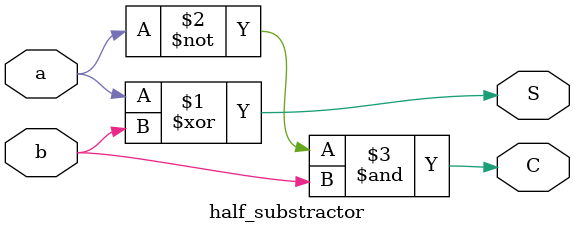
<source format=sv>
`timescale 1ns / 1ps

module labCalc(A,B,C,D,Z,Y);
input logic A,B,C,D;
output logic Z,Y;
logic i1,i2,i3,i4,t1,t2;
assign i1 = A^B;
nand(i2,A,B);
half_adder ha(t1,i3,A,B);
half_substractor hs(A,B,t2,i4);
mux_2 M2(Z,D,t1,t2);
mux_4 M4(Y,C,D,i1,i2,i3,i4);
endmodule

module mux_2(Y,S,A,B);
input logic S,A,B;
output logic Y;
assign Y = ~S&A|S&B;
endmodule

module mux_4(Y,s0,s1,A,B,C,D);
input logic s0,s1,A,B,C,D;
output logic Y;
assign Y = (A&~s0&~s1)|(B&~s0&s1)|(C&s0&~s1)|(D&s0&s1);
endmodule

module half_adder(C,S,a,b);
input logic a,b;
output logic S,C;

assign  S = a^b;
assign C = a&b;
endmodule

module half_substractor(a,b,C,S);
input logic a,b;
output logic S,C;

assign S = a^b;
assign C = ~a&b;
endmodule

</source>
